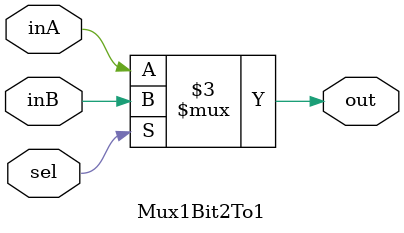
<source format=v>
`timescale 1ns / 1ps


module Mux1Bit2To1(out, inA, inB, sel);

    output reg out;
    
    input inA;
    input inB;
    input sel;

    always@(sel) begin
        if(sel) begin
            out <= inB;
        end
        else begin
            out <= inA;
        end
    end 

endmodule

</source>
